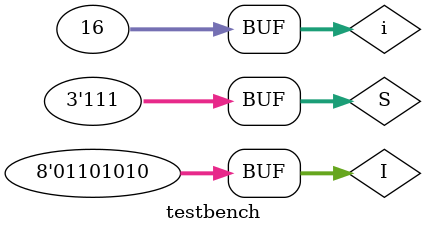
<source format=v>

module gate_8_1_MUX(
    output f,
    input [2:0] S,
    input [7:0] I
);

    wire wAnd1, wAnd2, wAnd3, wAnd4, wAnd5, wAnd6, wAnd7, wAnd8;

    and and1(wAnd1, ~S[2], ~S[1], ~S[0], I[0]);
    and and2(wAnd2, ~S[2], ~S[1],  S[0], I[1]);
    and and3(wAnd3, ~S[2],  S[1], ~S[0], I[2]);
    and and4(wAnd4, ~S[2],  S[1],  S[0], I[3]);
    and and5(wAnd5,  S[2], ~S[1], ~S[0], I[4]);
    and and6(wAnd6,  S[2], ~S[1],  S[0], I[5]);
    and and7(wAnd7,  S[2],  S[1], ~S[0], I[6]);
    and and8(wAnd8,  S[2],  S[1],  S[0], I[7]);

    wire wOr;

    or or1(wOr, wAnd1, wAnd2, wAnd3, wAnd4, wAnd5, wAnd6, wAnd7, wAnd8);

    assign f = wOr;
    
endmodule


// Part b)
module a2_1_MUX(
    output f,
    input I0, I1, S
);

    wire wAnd1, wAnd2, wOr;

    and and1(wAnd1, ~S, I0);
    and and2(wAnd2, S, I1);
    or or1(wOr, wAnd1, wAnd2);

    assign f = wOr;

endmodule

module a2_1_8_1_MUX(
    output f,
    input [2:0] S,
    input [7:0] I
);

    wire wMux1, wMux2, wMux3, wMux4;

    a2_1_MUX mux1(wMux1, I[6], I[7], S[0]);
    a2_1_MUX mux2(wMux2, I[4], I[5], S[0]);
    a2_1_MUX mux3(wMux3, I[2], I[3], S[0]);
    a2_1_MUX mux4(wMux4, I[0], I[1], S[0]);

    wire wMux5, wMux6;

    a2_1_MUX mux5(wMux5, wMux2, wMux1, S[1]);
    a2_1_MUX mux6(wMux6, wMux4, wMux3, S[1]);

    wire wMux7;

    a2_1_MUX mux7(wMux7, wMux6, wMux5, S[2]);

    assign f = wMux7;
    
endmodule


//Part c)
module tri_buff(
    output f,
    input a, sel
);

    assign f = sel ? a : 1'bz;

endmodule

// 8 to 1 MUX using only tri state buffers
module tri_buff_8_1_MUX(
    output f,
    input [2:0] S,
    input [7:0] I
);
    wire [7:0] tri_out;
    wire enable0, enable1, enable3, enable4, enable5, enable6, enable7;

    assign enable0 = ~S[2] & ~S[1] & ~S[0];
    assign enable1 = ~S[2] & ~S[1] &  S[0];
    assign enable2 = ~S[2] &  S[1] & ~S[0];
    assign enable3 = ~S[2] &  S[1] &  S[0];
    assign enable4 =  S[2] & ~S[1] & ~S[0];
    assign enable5 =  S[2] & ~S[1] &  S[0];
    assign enable6 =  S[2] &  S[1] & ~S[0];
    assign enable7 =  S[2] &  S[1] &  S[0];

    tri_buff tb1(tri_out[0], I[0], enable0);
    tri_buff tb2(tri_out[1], I[1], enable1);
    tri_buff tb3(tri_out[2], I[2], enable2);
    tri_buff tb4(tri_out[3], I[3], enable3);
    tri_buff tb5(tri_out[4], I[4], enable4);
    tri_buff tb6(tri_out[5], I[5], enable5);
    tri_buff tb7(tri_out[6], I[6], enable6);
    tri_buff tb8(tri_out[7], I[7], enable7);

    // Combine all outputs
    assign f = tri_out[0];
    assign f = tri_out[1];
    assign f = tri_out[2];
    assign f = tri_out[3];
    assign f = tri_out[4];
    assign f = tri_out[5];
    assign f = tri_out[6];
    assign f = tri_out[7];

endmodule
    
    


module testbench;

    // Using bus instead, for ease of testing
    reg [7:0] I;
    reg [2:0] S;
    wire gate_Z, a2_1_Z, tri_buff_Z;

    integer i;

    gate_8_1_MUX gate_mux(gate_Z, S, I); 
    a2_1_8_1_MUX mux_mux(a2_1_Z, S, I);
    tri_buff_8_1_MUX tri_buff_mux(tri_buff_Z, S, I);

    /* Stimulus waveform */
    initial begin
        
        for (i = 0; i < 16; i=i+1) begin
            I = 8'b11000110;
            #20;
            I = 8'b01101110;
            #20;
            I = 8'b10110010;
            #20;
            I = 8'b00011110;
            #20;
            I = 8'b11100110;
            #20;
            I = 8'b01101010;
            #20;
        end
    end

    initial begin
        S = 3'b000;
        #120 S = 3'b001;
        #120 S = 3'b010;
        #120 S = 3'b011;
        #120 S = 3'b100;
        #120 S = 3'b101;
        #120 S = 3'b110;
        #120 S = 3'b111;
    end

    initial begin
        $dumpfile("prob1.vcd");
        $dumpvars(0, testbench);     
    end

endmodule

</source>
